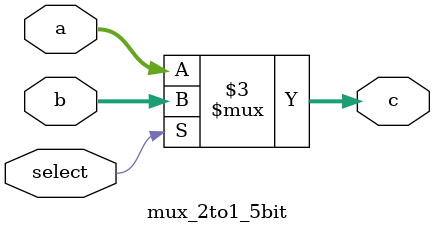
<source format=v>
`timescale 1ns / 1ps


module mux_2to1_5bit(
    input [4:0] a,
    input [4:0] b,
    output reg [4:0] c,
    input select
    );
    always @(*)
    begin
    if (select)
        c <= b;
    else
        c <= a;
    end
endmodule

</source>
